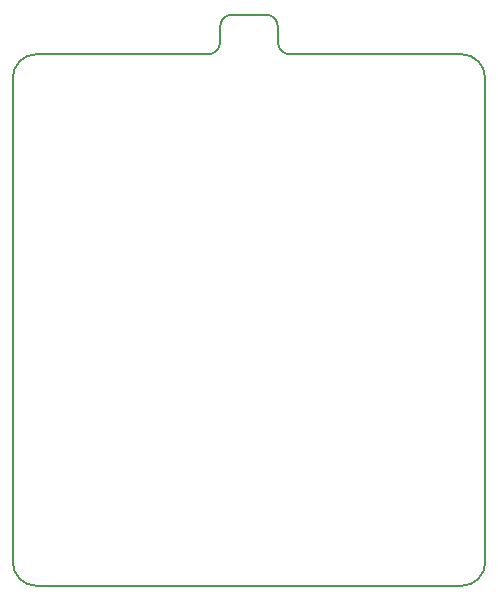
<source format=gbr>
%TF.GenerationSoftware,KiCad,Pcbnew,7.0.1*%
%TF.CreationDate,2023-04-20T20:08:02+02:00*%
%TF.ProjectId,RHT device,52485420-6465-4766-9963-652e6b696361,rev?*%
%TF.SameCoordinates,Original*%
%TF.FileFunction,Profile,NP*%
%FSLAX46Y46*%
G04 Gerber Fmt 4.6, Leading zero omitted, Abs format (unit mm)*
G04 Created by KiCad (PCBNEW 7.0.1) date 2023-04-20 20:08:02*
%MOMM*%
%LPD*%
G01*
G04 APERTURE LIST*
%TA.AperFunction,Profile*%
%ADD10C,0.150000*%
%TD*%
G04 APERTURE END LIST*
D10*
X100750000Y-71250000D02*
X100750000Y-30250000D01*
X119307107Y-24900007D02*
G75*
G03*
X118307107Y-25900000I-7J-999993D01*
G01*
X119307107Y-24900000D02*
X122200000Y-24900000D01*
X123214101Y-27250000D02*
G75*
G03*
X124200000Y-28249998I1000099J0D01*
G01*
X140750000Y-30250000D02*
X140750000Y-71250000D01*
X138750000Y-73250000D02*
G75*
G03*
X140750000Y-71250000I0J2000000D01*
G01*
X123200000Y-25900000D02*
G75*
G03*
X122200000Y-24900000I-1000000J0D01*
G01*
X102750000Y-28250000D02*
X117292893Y-28250000D01*
X117292893Y-28249993D02*
G75*
G03*
X118292893Y-27250000I7J999993D01*
G01*
X124200000Y-28249999D02*
X138750000Y-28250000D01*
X102750000Y-28250000D02*
G75*
G03*
X100750000Y-30250000I0J-2000000D01*
G01*
X140750000Y-30250000D02*
G75*
G03*
X138750000Y-28250000I-2000000J0D01*
G01*
X138750000Y-73250000D02*
X102750000Y-73250000D01*
X123200000Y-25900000D02*
X123214214Y-27250000D01*
X118307107Y-25900000D02*
X118292893Y-27250000D01*
X100750000Y-71250000D02*
G75*
G03*
X102750000Y-73250000I2000000J0D01*
G01*
M02*

</source>
